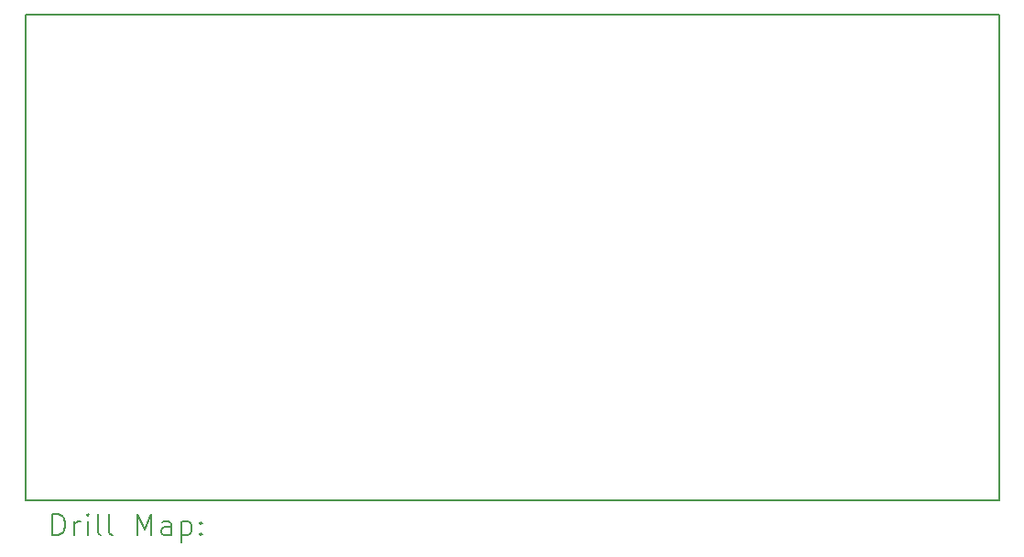
<source format=gbr>
%TF.GenerationSoftware,KiCad,Pcbnew,7.0.11+dfsg-1build4*%
%TF.CreationDate,2025-02-10T19:27:04-07:00*%
%TF.ProjectId,rfid-v2,72666964-2d76-4322-9e6b-696361645f70,rev?*%
%TF.SameCoordinates,Original*%
%TF.FileFunction,Drillmap*%
%TF.FilePolarity,Positive*%
%FSLAX45Y45*%
G04 Gerber Fmt 4.5, Leading zero omitted, Abs format (unit mm)*
G04 Created by KiCad (PCBNEW 7.0.11+dfsg-1build4) date 2025-02-10 19:27:04*
%MOMM*%
%LPD*%
G01*
G04 APERTURE LIST*
%ADD10C,0.200000*%
G04 APERTURE END LIST*
D10*
X10000000Y-5000000D02*
X19000000Y-5000000D01*
X19000000Y-9500000D01*
X10000000Y-9500000D01*
X10000000Y-5000000D01*
X10250777Y-9821484D02*
X10250777Y-9621484D01*
X10250777Y-9621484D02*
X10298396Y-9621484D01*
X10298396Y-9621484D02*
X10326967Y-9631008D01*
X10326967Y-9631008D02*
X10346015Y-9650055D01*
X10346015Y-9650055D02*
X10355539Y-9669103D01*
X10355539Y-9669103D02*
X10365063Y-9707198D01*
X10365063Y-9707198D02*
X10365063Y-9735770D01*
X10365063Y-9735770D02*
X10355539Y-9773865D01*
X10355539Y-9773865D02*
X10346015Y-9792912D01*
X10346015Y-9792912D02*
X10326967Y-9811960D01*
X10326967Y-9811960D02*
X10298396Y-9821484D01*
X10298396Y-9821484D02*
X10250777Y-9821484D01*
X10450777Y-9821484D02*
X10450777Y-9688150D01*
X10450777Y-9726246D02*
X10460301Y-9707198D01*
X10460301Y-9707198D02*
X10469824Y-9697674D01*
X10469824Y-9697674D02*
X10488872Y-9688150D01*
X10488872Y-9688150D02*
X10507920Y-9688150D01*
X10574586Y-9821484D02*
X10574586Y-9688150D01*
X10574586Y-9621484D02*
X10565063Y-9631008D01*
X10565063Y-9631008D02*
X10574586Y-9640531D01*
X10574586Y-9640531D02*
X10584110Y-9631008D01*
X10584110Y-9631008D02*
X10574586Y-9621484D01*
X10574586Y-9621484D02*
X10574586Y-9640531D01*
X10698396Y-9821484D02*
X10679348Y-9811960D01*
X10679348Y-9811960D02*
X10669824Y-9792912D01*
X10669824Y-9792912D02*
X10669824Y-9621484D01*
X10803158Y-9821484D02*
X10784110Y-9811960D01*
X10784110Y-9811960D02*
X10774586Y-9792912D01*
X10774586Y-9792912D02*
X10774586Y-9621484D01*
X11031729Y-9821484D02*
X11031729Y-9621484D01*
X11031729Y-9621484D02*
X11098396Y-9764341D01*
X11098396Y-9764341D02*
X11165063Y-9621484D01*
X11165063Y-9621484D02*
X11165063Y-9821484D01*
X11346015Y-9821484D02*
X11346015Y-9716722D01*
X11346015Y-9716722D02*
X11336491Y-9697674D01*
X11336491Y-9697674D02*
X11317443Y-9688150D01*
X11317443Y-9688150D02*
X11279348Y-9688150D01*
X11279348Y-9688150D02*
X11260301Y-9697674D01*
X11346015Y-9811960D02*
X11326967Y-9821484D01*
X11326967Y-9821484D02*
X11279348Y-9821484D01*
X11279348Y-9821484D02*
X11260301Y-9811960D01*
X11260301Y-9811960D02*
X11250777Y-9792912D01*
X11250777Y-9792912D02*
X11250777Y-9773865D01*
X11250777Y-9773865D02*
X11260301Y-9754817D01*
X11260301Y-9754817D02*
X11279348Y-9745293D01*
X11279348Y-9745293D02*
X11326967Y-9745293D01*
X11326967Y-9745293D02*
X11346015Y-9735770D01*
X11441253Y-9688150D02*
X11441253Y-9888150D01*
X11441253Y-9697674D02*
X11460301Y-9688150D01*
X11460301Y-9688150D02*
X11498396Y-9688150D01*
X11498396Y-9688150D02*
X11517443Y-9697674D01*
X11517443Y-9697674D02*
X11526967Y-9707198D01*
X11526967Y-9707198D02*
X11536491Y-9726246D01*
X11536491Y-9726246D02*
X11536491Y-9783389D01*
X11536491Y-9783389D02*
X11526967Y-9802436D01*
X11526967Y-9802436D02*
X11517443Y-9811960D01*
X11517443Y-9811960D02*
X11498396Y-9821484D01*
X11498396Y-9821484D02*
X11460301Y-9821484D01*
X11460301Y-9821484D02*
X11441253Y-9811960D01*
X11622205Y-9802436D02*
X11631729Y-9811960D01*
X11631729Y-9811960D02*
X11622205Y-9821484D01*
X11622205Y-9821484D02*
X11612682Y-9811960D01*
X11612682Y-9811960D02*
X11622205Y-9802436D01*
X11622205Y-9802436D02*
X11622205Y-9821484D01*
X11622205Y-9697674D02*
X11631729Y-9707198D01*
X11631729Y-9707198D02*
X11622205Y-9716722D01*
X11622205Y-9716722D02*
X11612682Y-9707198D01*
X11612682Y-9707198D02*
X11622205Y-9697674D01*
X11622205Y-9697674D02*
X11622205Y-9716722D01*
M02*

</source>
